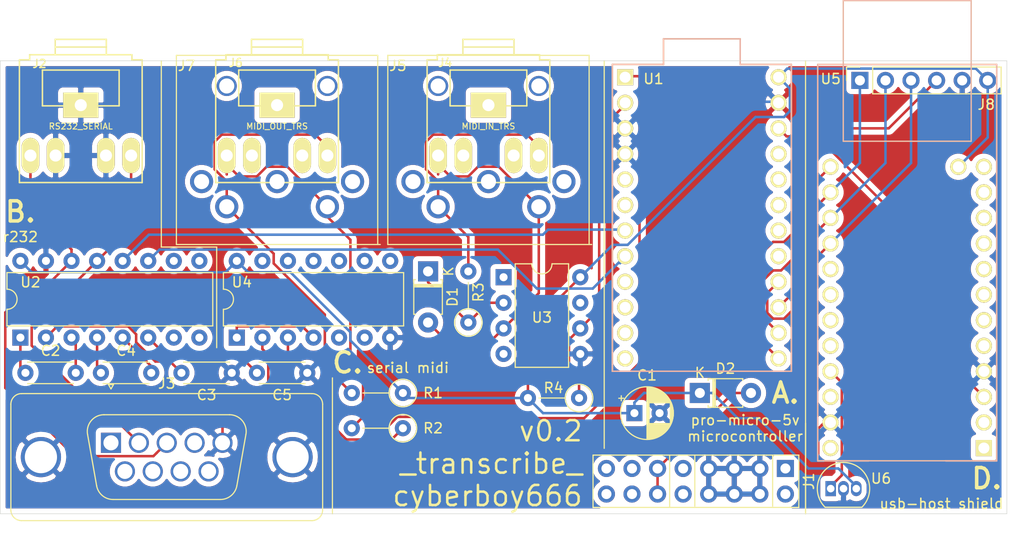
<source format=kicad_pcb>
(kicad_pcb (version 20171130) (host pcbnew "(5.1.4-0-10_14)")
  (layers (0 F.Cu signal) (31 B.Cu signal) (34 B.Paste user) (35 F.Paste user) (36 B.SilkS user) (37 F.SilkS user) (38 B.Mask user) (39 F.Mask user) (44 Edge.Cuts user))
  (net 0 "")
  (net 1 "Net-(C2-Pad2)")
  (net 2 "Net-(C2-Pad1)")
  (net 3 GND)
  (net 4 "Net-(C3-Pad2)")
  (net 5 "Net-(C4-Pad2)")
  (net 6 "Net-(D1-Pad1)")
  (net 7 MIDI_IN_DATA)
  (net 8 RS_SERIAL_OUT)
  (net 9 RS_SERIAL_IN)
  (net 10 MIDI_IN_PLUS)
  (net 11 MIDI_OUT_PLUS)
  (net 12 MIDI_OUT_DATA)
  (net 13 "Net-(J5-Pad3)")
  (net 14 "Net-(J5-Pad2)")
  (net 15 "Net-(J5-Pad1)")
  (net 16 +5V)
  (net 17 MIDI_SERIAL_IN)
  (net 18 MIDI_SERIAL_OUT)
  (net 19 RST_HOST)
  (net 20 "Net-(U1-Pad20)")
  (net 21 "Net-(U1-Pad19)")
  (net 22 "Net-(U1-Pad18)")
  (net 23 "Net-(U1-Pad17)")
  (net 24 SKC_HOST)
  (net 25 MISO_HOST)
  (net 26 MOSI_HOST)
  (net 27 SS_HOST)
  (net 28 "Net-(U1-Pad12)")
  (net 29 "Net-(U1-Pad11)")
  (net 30 "Net-(U1-Pad10)")
  (net 31 "Net-(U1-Pad9)")
  (net 32 ALT_SERIAL_OUT)
  (net 33 ALT_SERIAL_IN)
  (net 34 "Net-(U1-Pad6)")
  (net 35 "Net-(U1-Pad5)")
  (net 36 "Net-(U2-Pad9)")
  (net 37 "Net-(U2-Pad10)")
  (net 38 "Net-(U2-Pad7)")
  (net 39 "Net-(U2-Pad8)")
  (net 40 3.3v)
  (net 41 "Net-(U4-Pad12)")
  (net 42 "Net-(U4-Pad11)")
  (net 43 "Net-(U4-Pad10)")
  (net 44 "Net-(U4-Pad9)")
  (net 45 "Net-(U4-Pad8)")
  (net 46 "Net-(U4-Pad6)")
  (net 47 "Net-(U4-Pad5)")
  (net 48 "Net-(U4-Pad1)")
  (net 49 "Net-(U5-Pad1)")
  (net 50 "Net-(U5-Pad7)")
  (net 51 "Net-(J7-Pad1)")
  (net 52 "Net-(J7-Pad2)")
  (net 53 "Net-(U1-Pad21)")
  (net 54 "Net-(C4-Pad1)")
  (net 55 "Net-(C5-Pad2)")
  (net 56 "Net-(J1-Pad1)")
  (net 57 "Net-(J1-Pad2)")
  (net 58 "Net-(J1-Pad9)")
  (net 59 "Net-(J1-Pad10)")
  (net 60 "Net-(J1-Pad13)")
  (net 61 "Net-(J1-Pad14)")
  (net 62 "Net-(J1-Pad15)")
  (net 63 "Net-(J1-Pad16)")
  (net 64 "Net-(J3-Pad1)")
  (net 65 "Net-(J3-Pad4)")
  (net 66 "Net-(J3-Pad6)")
  (net 67 "Net-(J3-Pad7)")
  (net 68 "Net-(J3-Pad8)")
  (net 69 "Net-(J3-Pad9)")
  (net 70 "Net-(J4-PadTN)")
  (net 71 "Net-(J4-PadRN)")
  (net 72 "Net-(J4-PadS)")
  (net 73 "Net-(J6-PadS)")
  (net 74 "Net-(J6-PadRN)")
  (net 75 "Net-(J6-PadTN)")
  (net 76 "Net-(J7-Pad3)")
  (net 77 "Net-(R2-Pad1)")
  (net 78 "Net-(U3-Pad1)")
  (net 79 "Net-(U3-Pad7)")
  (net 80 "Net-(U3-Pad4)")
  (net 81 "Net-(U4-Pad13)")
  (net 82 "Net-(U5-Pad24)")
  (net 83 "Net-(U5-Pad22)")
  (net 84 "Net-(U5-Pad20)")
  (net 85 "Net-(U5-Pad19)")
  (net 86 "Net-(U5-Pad18)")
  (net 87 "Net-(U5-Pad17)")
  (net 88 "Net-(U5-Pad12)")
  (net 89 "Net-(U5-Pad11)")
  (net 90 "Net-(U5-Pad10)")
  (net 91 "Net-(U5-Pad9)")
  (net 92 "Net-(U5-Pad8)")
  (net 93 "Net-(U5-Pad6)")
  (net 94 "Net-(U5-Pad5)")
  (net 95 "Net-(U5-Pad2)")
  (net 96 "Net-(D2-Pad2)")
  (module Diode_THT:D_T-1_P5.08mm_Horizontal (layer F.Cu) (at -247.5 -769.08 270)
    (fp_text reference D1 (at 2.54 -2.42 90) (layer F.SilkS))
    (fp_text value 1N4148)
    (fp_text user K (at 0 -2 90) (layer F.SilkS))
    (pad 1 thru_hole rect (at 0 0 270) (size 2 2) (drill 1) (layers *.Cu *.Mask) (net 6 "Net-(D1-Pad1)"))
    (pad 2 thru_hole oval (at 5.08 0 270) (size 2 2) (drill 1) (layers *.Cu *.Mask) (net 7 MIDI_IN_DATA))
  )
  (module lib_fp:Tayda5pinMidi-A1010 (layer F.Cu) (at -270 -778)
    (fp_text reference J7 (at -1.5 -11.5) (layer F.SilkS))
    (fp_text value MIDI_OUT_DIN)
    (pad "" thru_hole circle (at 12.5 -9.5) (size 2 2) (drill 1.5) (layers *.Cu *.Mask))
    (pad 4 thru_hole circle (at 2.5 2.5) (size 2.3 2.3) (drill 1.5) (layers *.Cu *.Mask) (net 11 MIDI_OUT_PLUS))
    (pad 1 thru_hole circle (at 0 0) (size 2.3 2.3) (drill 1.5) (layers *.Cu *.Mask) (net 51 "Net-(J7-Pad1)"))
    (pad 2 thru_hole circle (at 7.5 0) (size 2.3 2.3) (drill 1.5) (layers *.Cu *.Mask) (net 52 "Net-(J7-Pad2)"))
    (pad 3 thru_hole circle (at 15 0) (size 2.3 2.3) (drill 1.5) (layers *.Cu *.Mask) (net 76 "Net-(J7-Pad3)"))
    (pad "" thru_hole circle (at 2.5 -9.5) (size 2 2) (drill 1.5) (layers *.Cu *.Mask))
    (pad 5 thru_hole circle (at 12.5 2.5) (size 2.3 2.3) (drill 1.5) (layers *.Cu *.Mask) (net 12 MIDI_OUT_DATA))
  )
  (module lib_fp:Tayda_3.5mm_stereo_TRS_jack_A-853 (layer F.Cu) (at -241.5 -784)
    (fp_text reference J4 (at -4.3 -5.8) (layer F.SilkS) (effects (font (size 0.8 0.8))))
    (fp_text value MIDI_IN_TRS (at 0 0.508) (layer F.SilkS) (effects (font (size 0.6 0.6) (thickness 0.1))))
    (pad TN thru_hole oval (at -2.5 3.41) (size 1.75 3.5) (drill 1.2) (layers *.Cu *.Mask F.SilkS) (net 70 "Net-(J4-PadTN)"))
    (pad RN thru_hole oval (at 2.5 3.41) (size 1.75 3.5) (drill 1.2) (layers *.Cu *.Mask F.SilkS) (net 71 "Net-(J4-PadRN)"))
    (pad T thru_hole oval (at -5 3.41) (size 1.75 3.5) (drill 1.2) (layers *.Cu *.Mask F.SilkS) (net 7 MIDI_IN_DATA))
    (pad R thru_hole oval (at 5 3.41) (size 1.75 3.5) (drill 1.2) (layers *.Cu *.Mask F.SilkS) (net 10 MIDI_IN_PLUS))
    (pad S thru_hole rect (at 0 -1.596) (size 3.5 2.5) (drill 1.2) (layers *.Cu *.Mask F.SilkS) (net 72 "Net-(J4-PadS)"))
  )
  (module Module:usbHostMidi (layer F.Cu) (at -199.9 -765.5 90)
    (fp_text reference U5 hide)
    (fp_text value usbHostMini)
    (fp_text user %R (at 22.7 -7.6) (layer F.SilkS))
    (pad 24 thru_hole circle (at -13.97 -7.62 90) (size 1.6 1.6) (drill 1.1) (layers *.Cu *.Mask F.SilkS) (net 82 "Net-(U5-Pad24)"))
    (pad 23 thru_hole circle (at -11.43 -7.62 90) (size 1.6 1.6) (drill 1.1) (layers *.Cu *.Mask F.SilkS) (net 3 GND))
    (pad 22 thru_hole circle (at -8.89 -7.62 90) (size 1.6 1.6) (drill 1.1) (layers *.Cu *.Mask F.SilkS) (net 83 "Net-(U5-Pad22)"))
    (pad 21 thru_hole circle (at -6.35 -7.62 90) (size 1.6 1.6) (drill 1.1) (layers *.Cu *.Mask F.SilkS) (net 40 3.3v))
    (pad 20 thru_hole circle (at -3.81 -7.62 90) (size 1.6 1.6) (drill 1.1) (layers *.Cu *.Mask F.SilkS) (net 84 "Net-(U5-Pad20)"))
    (pad 19 thru_hole circle (at -1.27 -7.62 90) (size 1.6 1.6) (drill 1.1) (layers *.Cu *.Mask F.SilkS) (net 85 "Net-(U5-Pad19)"))
    (pad 18 thru_hole circle (at 1.27 -7.62 90) (size 1.6 1.6) (drill 1.1) (layers *.Cu *.Mask F.SilkS) (net 86 "Net-(U5-Pad18)"))
    (pad 17 thru_hole circle (at 3.81 -7.62 90) (size 1.6 1.6) (drill 1.1) (layers *.Cu *.Mask F.SilkS) (net 87 "Net-(U5-Pad17)"))
    (pad 16 thru_hole circle (at 6.35 -7.62 90) (size 1.6 1.6) (drill 1.1) (layers *.Cu *.Mask F.SilkS) (net 24 SKC_HOST))
    (pad 15 thru_hole circle (at 8.89 -7.62 90) (size 1.6 1.6) (drill 1.1) (layers *.Cu *.Mask F.SilkS) (net 25 MISO_HOST))
    (pad 14 thru_hole circle (at 11.43 -7.62 90) (size 1.6 1.6) (drill 1.1) (layers *.Cu *.Mask F.SilkS) (net 26 MOSI_HOST))
    (pad 13 thru_hole circle (at 13.97 -7.62 90) (size 1.6 1.6) (drill 1.1) (layers *.Cu *.Mask F.SilkS) (net 27 SS_HOST))
    (pad 12 thru_hole circle (at 13.97 7.62 90) (size 1.6 1.6) (drill 1.1) (layers *.Cu *.Mask F.SilkS) (net 88 "Net-(U5-Pad12)"))
    (pad 11 thru_hole circle (at 11.43 7.62 90) (size 1.6 1.6) (drill 1.1) (layers *.Cu *.Mask F.SilkS) (net 89 "Net-(U5-Pad11)"))
    (pad 10 thru_hole circle (at 8.89 7.62 90) (size 1.6 1.6) (drill 1.1) (layers *.Cu *.Mask F.SilkS) (net 90 "Net-(U5-Pad10)"))
    (pad 9 thru_hole circle (at 6.35 7.62 90) (size 1.6 1.6) (drill 1.1) (layers *.Cu *.Mask F.SilkS) (net 91 "Net-(U5-Pad9)"))
    (pad 8 thru_hole circle (at 3.81 7.62 90) (size 1.6 1.6) (drill 1.1) (layers *.Cu *.Mask F.SilkS) (net 92 "Net-(U5-Pad8)"))
    (pad 7 thru_hole circle (at 1.27 7.62 90) (size 1.6 1.6) (drill 1.1) (layers *.Cu *.Mask F.SilkS) (net 50 "Net-(U5-Pad7)"))
    (pad 6 thru_hole circle (at -1.27 7.62 90) (size 1.6 1.6) (drill 1.1) (layers *.Cu *.Mask F.SilkS) (net 93 "Net-(U5-Pad6)"))
    (pad 5 thru_hole circle (at -3.81 7.62 90) (size 1.6 1.6) (drill 1.1) (layers *.Cu *.Mask F.SilkS) (net 94 "Net-(U5-Pad5)"))
    (pad 4 thru_hole circle (at -6.35 7.62 90) (size 1.6 1.6) (drill 1.1) (layers *.Cu *.Mask F.SilkS) (net 3 GND))
    (pad 3 thru_hole circle (at -8.89 7.62 90) (size 1.6 1.6) (drill 1.1) (layers *.Cu *.Mask F.SilkS) (net 19 RST_HOST))
    (pad 2 thru_hole circle (at -11.43 7.62 90) (size 1.6 1.6) (drill 1.1) (layers *.Cu *.Mask F.SilkS) (net 95 "Net-(U5-Pad2)"))
    (pad 1 thru_hole rect (at -13.97 7.62 90) (size 1.6 1.6) (drill 1.1) (layers *.Cu *.Mask F.SilkS) (net 49 "Net-(U5-Pad1)"))
    (pad 25 thru_hole circle (at 13.97 5.08 90) (size 1.6 1.6) (drill 1.1) (layers *.Cu *.Mask F.SilkS) (net 16 +5V))
  )
  (module Resistor_THT:R_Axial_DIN0207_L6.3mm_D2.5mm_P5.08mm_Vertical (layer F.Cu) (at -250 -753.5 180)
    (fp_text reference R2 (at -3 0) (layer F.SilkS))
    (fp_text value 220)
    (pad 2 thru_hole oval (at 5.08 0 180) (size 1.6 1.6) (drill 0.8) (layers *.Cu *.Mask) (net 12 MIDI_OUT_DATA))
    (pad 1 thru_hole circle (at 0 0 180) (size 1.6 1.6) (drill 0.8) (layers *.Cu *.Mask) (net 77 "Net-(R2-Pad1)"))
  )
  (module Package_DIP:DIP-16_W7.62mm (layer F.Cu) (at -288 -762.5 90)
    (fp_text reference U2 (at 5.5 1 180) (layer F.SilkS))
    (fp_text value MAX232)
    (pad 1 thru_hole rect (at 0 0 90) (size 1.6 1.6) (drill 0.8) (layers *.Cu *.Mask) (net 2 "Net-(C2-Pad1)"))
    (pad 9 thru_hole oval (at 7.62 17.78 90) (size 1.6 1.6) (drill 0.8) (layers *.Cu *.Mask) (net 36 "Net-(U2-Pad9)"))
    (pad 2 thru_hole oval (at 0 2.54 90) (size 1.6 1.6) (drill 0.8) (layers *.Cu *.Mask) (net 4 "Net-(C3-Pad2)"))
    (pad 10 thru_hole oval (at 7.62 15.24 90) (size 1.6 1.6) (drill 0.8) (layers *.Cu *.Mask) (net 37 "Net-(U2-Pad10)"))
    (pad 3 thru_hole oval (at 0 5.08 90) (size 1.6 1.6) (drill 0.8) (layers *.Cu *.Mask) (net 1 "Net-(C2-Pad2)"))
    (pad 11 thru_hole oval (at 7.62 12.7 90) (size 1.6 1.6) (drill 0.8) (layers *.Cu *.Mask) (net 32 ALT_SERIAL_OUT))
    (pad 4 thru_hole oval (at 0 7.62 90) (size 1.6 1.6) (drill 0.8) (layers *.Cu *.Mask) (net 54 "Net-(C4-Pad1)"))
    (pad 12 thru_hole oval (at 7.62 10.16 90) (size 1.6 1.6) (drill 0.8) (layers *.Cu *.Mask) (net 33 ALT_SERIAL_IN))
    (pad 5 thru_hole oval (at 0 10.16 90) (size 1.6 1.6) (drill 0.8) (layers *.Cu *.Mask) (net 5 "Net-(C4-Pad2)"))
    (pad 13 thru_hole oval (at 7.62 7.62 90) (size 1.6 1.6) (drill 0.8) (layers *.Cu *.Mask) (net 9 RS_SERIAL_IN))
    (pad 6 thru_hole oval (at 0 12.7 90) (size 1.6 1.6) (drill 0.8) (layers *.Cu *.Mask) (net 55 "Net-(C5-Pad2)"))
    (pad 14 thru_hole oval (at 7.62 5.08 90) (size 1.6 1.6) (drill 0.8) (layers *.Cu *.Mask) (net 8 RS_SERIAL_OUT))
    (pad 7 thru_hole oval (at 0 15.24 90) (size 1.6 1.6) (drill 0.8) (layers *.Cu *.Mask) (net 38 "Net-(U2-Pad7)"))
    (pad 15 thru_hole oval (at 7.62 2.54 90) (size 1.6 1.6) (drill 0.8) (layers *.Cu *.Mask) (net 3 GND))
    (pad 8 thru_hole oval (at 0 17.78 90) (size 1.6 1.6) (drill 0.8) (layers *.Cu *.Mask) (net 39 "Net-(U2-Pad8)"))
    (pad 16 thru_hole oval (at 7.62 0 90) (size 1.6 1.6) (drill 0.8) (layers *.Cu *.Mask) (net 16 +5V))
  )
  (module Package_TO_SOT_THT:TO-92_Inline (layer F.Cu) (at -207.5 -747.5)
    (fp_text reference U6 (at 5 -1) (layer F.SilkS))
    (fp_text value L78L33_TO92)
    (pad 2 thru_hole oval (at 1.27 0) (size 1.05 1.5) (drill 0.75) (layers *.Cu *.Mask) (net 3 GND))
    (pad 3 thru_hole oval (at 2.54 0) (size 1.05 1.5) (drill 0.75) (layers *.Cu *.Mask) (net 16 +5V))
    (pad 1 thru_hole rect (at 0 0) (size 1.05 1.5) (drill 0.75) (layers *.Cu *.Mask) (net 40 3.3v))
  )
  (module Package_DIP:DIP-8_W7.62mm (layer F.Cu) (at -240 -768.5)
    (fp_text reference U3 (at 3.81 4) (layer F.SilkS))
    (fp_text value 6N137)
    (pad 1 thru_hole rect (at 0 0) (size 1.6 1.6) (drill 0.8) (layers *.Cu *.Mask) (net 78 "Net-(U3-Pad1)"))
    (pad 5 thru_hole oval (at 7.62 7.62) (size 1.6 1.6) (drill 0.8) (layers *.Cu *.Mask) (net 3 GND))
    (pad 2 thru_hole oval (at 0 2.54) (size 1.6 1.6) (drill 0.8) (layers *.Cu *.Mask) (net 6 "Net-(D1-Pad1)"))
    (pad 6 thru_hole oval (at 7.62 5.08) (size 1.6 1.6) (drill 0.8) (layers *.Cu *.Mask) (net 17 MIDI_SERIAL_IN))
    (pad 3 thru_hole oval (at 0 5.08) (size 1.6 1.6) (drill 0.8) (layers *.Cu *.Mask) (net 7 MIDI_IN_DATA))
    (pad 7 thru_hole oval (at 7.62 2.54) (size 1.6 1.6) (drill 0.8) (layers *.Cu *.Mask) (net 79 "Net-(U3-Pad7)"))
    (pad 4 thru_hole oval (at 0 7.62) (size 1.6 1.6) (drill 0.8) (layers *.Cu *.Mask) (net 80 "Net-(U3-Pad4)"))
    (pad 8 thru_hole oval (at 7.62 0) (size 1.6 1.6) (drill 0.8) (layers *.Cu *.Mask) (net 16 +5V))
  )
  (module Resistor_THT:R_Axial_DIN0207_L6.3mm_D2.5mm_P5.08mm_Vertical (layer F.Cu) (at -243.5 -764 90)
    (fp_text reference R3 (at 3 1 90) (layer F.SilkS))
    (fp_text value 220)
    (pad 1 thru_hole circle (at 0 0 90) (size 1.6 1.6) (drill 0.8) (layers *.Cu *.Mask) (net 6 "Net-(D1-Pad1)"))
    (pad 2 thru_hole oval (at 5.08 0 90) (size 1.6 1.6) (drill 0.8) (layers *.Cu *.Mask) (net 10 MIDI_IN_PLUS))
  )
  (module Resistor_THT:R_Axial_DIN0207_L6.3mm_D2.5mm_P5.08mm_Vertical (layer F.Cu) (at -232.5 -756.5 180)
    (fp_text reference R4 (at 2.54 1) (layer F.SilkS))
    (fp_text value 10k)
    (pad 2 thru_hole oval (at 5.08 0 180) (size 1.6 1.6) (drill 0.8) (layers *.Cu *.Mask) (net 16 +5V))
    (pad 1 thru_hole circle (at 0 0 180) (size 1.6 1.6) (drill 0.8) (layers *.Cu *.Mask) (net 17 MIDI_SERIAL_IN))
  )
  (module Resistor_THT:R_Axial_DIN0207_L6.3mm_D2.5mm_P5.08mm_Vertical (layer F.Cu) (at -250 -757 180)
    (fp_text reference R1 (at -3 0) (layer F.SilkS))
    (fp_text value 220)
    (pad 1 thru_hole circle (at 0 0 180) (size 1.6 1.6) (drill 0.8) (layers *.Cu *.Mask) (net 16 +5V))
    (pad 2 thru_hole oval (at 5.08 0 180) (size 1.6 1.6) (drill 0.8) (layers *.Cu *.Mask) (net 11 MIDI_OUT_PLUS))
  )
  (module Package_DIP:DIP-14_W7.62mm (layer F.Cu) (at -266.5 -762.5 90)
    (fp_text reference U4 (at 5.5 0.5 180) (layer F.SilkS))
    (fp_text value 4069)
    (pad 1 thru_hole rect (at 0 0 90) (size 1.6 1.6) (drill 0.8) (layers *.Cu *.Mask) (net 48 "Net-(U4-Pad1)"))
    (pad 8 thru_hole oval (at 7.62 15.24 90) (size 1.6 1.6) (drill 0.8) (layers *.Cu *.Mask) (net 45 "Net-(U4-Pad8)"))
    (pad 2 thru_hole oval (at 0 2.54 90) (size 1.6 1.6) (drill 0.8) (layers *.Cu *.Mask) (net 77 "Net-(R2-Pad1)"))
    (pad 9 thru_hole oval (at 7.62 12.7 90) (size 1.6 1.6) (drill 0.8) (layers *.Cu *.Mask) (net 44 "Net-(U4-Pad9)"))
    (pad 3 thru_hole oval (at 0 5.08 90) (size 1.6 1.6) (drill 0.8) (layers *.Cu *.Mask) (net 18 MIDI_SERIAL_OUT))
    (pad 10 thru_hole oval (at 7.62 10.16 90) (size 1.6 1.6) (drill 0.8) (layers *.Cu *.Mask) (net 43 "Net-(U4-Pad10)"))
    (pad 4 thru_hole oval (at 0 7.62 90) (size 1.6 1.6) (drill 0.8) (layers *.Cu *.Mask) (net 48 "Net-(U4-Pad1)"))
    (pad 11 thru_hole oval (at 7.62 7.62 90) (size 1.6 1.6) (drill 0.8) (layers *.Cu *.Mask) (net 42 "Net-(U4-Pad11)"))
    (pad 5 thru_hole oval (at 0 10.16 90) (size 1.6 1.6) (drill 0.8) (layers *.Cu *.Mask) (net 47 "Net-(U4-Pad5)"))
    (pad 12 thru_hole oval (at 7.62 5.08 90) (size 1.6 1.6) (drill 0.8) (layers *.Cu *.Mask) (net 41 "Net-(U4-Pad12)"))
    (pad 6 thru_hole oval (at 0 12.7 90) (size 1.6 1.6) (drill 0.8) (layers *.Cu *.Mask) (net 46 "Net-(U4-Pad6)"))
    (pad 13 thru_hole oval (at 7.62 2.54 90) (size 1.6 1.6) (drill 0.8) (layers *.Cu *.Mask) (net 81 "Net-(U4-Pad13)"))
    (pad 7 thru_hole oval (at 0 15.24 90) (size 1.6 1.6) (drill 0.8) (layers *.Cu *.Mask) (net 3 GND))
    (pad 14 thru_hole oval (at 7.62 0 90) (size 1.6 1.6) (drill 0.8) (layers *.Cu *.Mask) (net 16 +5V))
  )
  (module Module:ProMicro (layer F.Cu) (at -220.3 -774.4 270)
    (fp_text reference U1 hide)
    (fp_text value ProMicro)
    (fp_text user %R (at -13.8 4.8) (layer F.SilkS))
    (pad 24 thru_hole circle (at -13.97 -7.62 270) (size 1.6 1.6) (drill 1.1) (layers *.Cu *.Mask F.SilkS) (net 16 +5V))
    (pad 23 thru_hole circle (at -11.43 -7.62 270) (size 1.6 1.6) (drill 1.1) (layers *.Cu *.Mask F.SilkS) (net 3 GND))
    (pad 22 thru_hole circle (at -8.89 -7.62 270) (size 1.6 1.6) (drill 1.1) (layers *.Cu *.Mask F.SilkS) (net 19 RST_HOST))
    (pad 21 thru_hole circle (at -6.35 -7.62 270) (size 1.6 1.6) (drill 1.1) (layers *.Cu *.Mask F.SilkS) (net 53 "Net-(U1-Pad21)"))
    (pad 20 thru_hole circle (at -3.81 -7.62 270) (size 1.6 1.6) (drill 1.1) (layers *.Cu *.Mask F.SilkS) (net 20 "Net-(U1-Pad20)"))
    (pad 19 thru_hole circle (at -1.27 -7.62 270) (size 1.6 1.6) (drill 1.1) (layers *.Cu *.Mask F.SilkS) (net 21 "Net-(U1-Pad19)"))
    (pad 18 thru_hole circle (at 1.27 -7.62 270) (size 1.6 1.6) (drill 1.1) (layers *.Cu *.Mask F.SilkS) (net 22 "Net-(U1-Pad18)"))
    (pad 17 thru_hole circle (at 3.81 -7.62 270) (size 1.6 1.6) (drill 1.1) (layers *.Cu *.Mask F.SilkS) (net 23 "Net-(U1-Pad17)"))
    (pad 16 thru_hole circle (at 6.35 -7.62 270) (size 1.6 1.6) (drill 1.1) (layers *.Cu *.Mask F.SilkS) (net 24 SKC_HOST))
    (pad 15 thru_hole circle (at 8.89 -7.62 270) (size 1.6 1.6) (drill 1.1) (layers *.Cu *.Mask F.SilkS) (net 25 MISO_HOST))
    (pad 14 thru_hole circle (at 11.43 -7.62 270) (size 1.6 1.6) (drill 1.1) (layers *.Cu *.Mask F.SilkS) (net 26 MOSI_HOST))
    (pad 13 thru_hole circle (at 13.97 -7.62 270) (size 1.6 1.6) (drill 1.1) (layers *.Cu *.Mask F.SilkS) (net 27 SS_HOST))
    (pad 12 thru_hole circle (at 13.97 7.62 270) (size 1.6 1.6) (drill 1.1) (layers *.Cu *.Mask F.SilkS) (net 28 "Net-(U1-Pad12)"))
    (pad 11 thru_hole circle (at 11.43 7.62 270) (size 1.6 1.6) (drill 1.1) (layers *.Cu *.Mask F.SilkS) (net 29 "Net-(U1-Pad11)"))
    (pad 10 thru_hole circle (at 8.89 7.62 270) (size 1.6 1.6) (drill 1.1) (layers *.Cu *.Mask F.SilkS) (net 30 "Net-(U1-Pad10)"))
    (pad 9 thru_hole circle (at 6.35 7.62 270) (size 1.6 1.6) (drill 1.1) (layers *.Cu *.Mask F.SilkS) (net 31 "Net-(U1-Pad9)"))
    (pad 8 thru_hole circle (at 3.81 7.62 270) (size 1.6 1.6) (drill 1.1) (layers *.Cu *.Mask F.SilkS) (net 32 ALT_SERIAL_OUT))
    (pad 7 thru_hole circle (at 1.27 7.62 270) (size 1.6 1.6) (drill 1.1) (layers *.Cu *.Mask F.SilkS) (net 33 ALT_SERIAL_IN))
    (pad 6 thru_hole circle (at -1.27 7.62 270) (size 1.6 1.6) (drill 1.1) (layers *.Cu *.Mask F.SilkS) (net 34 "Net-(U1-Pad6)"))
    (pad 5 thru_hole circle (at -3.81 7.62 270) (size 1.6 1.6) (drill 1.1) (layers *.Cu *.Mask F.SilkS) (net 35 "Net-(U1-Pad5)"))
    (pad 4 thru_hole circle (at -6.35 7.62 270) (size 1.6 1.6) (drill 1.1) (layers *.Cu *.Mask F.SilkS) (net 3 GND))
    (pad 3 thru_hole circle (at -8.89 7.62 270) (size 1.6 1.6) (drill 1.1) (layers *.Cu *.Mask F.SilkS) (net 3 GND))
    (pad 2 thru_hole circle (at -11.43 7.62 270) (size 1.6 1.6) (drill 1.1) (layers *.Cu *.Mask F.SilkS) (net 17 MIDI_SERIAL_IN))
    (pad 1 thru_hole rect (at -13.97 7.62 270) (size 1.6 1.6) (drill 1.1) (layers *.Cu *.Mask F.SilkS) (net 18 MIDI_SERIAL_OUT))
  )
  (module Capacitor_THT:CP_Radial_D5.0mm_P2.50mm (layer F.Cu) (at -227 -755)
    (fp_text reference C1 (at 1.25 -3.75) (layer F.SilkS))
    (fp_text value 100uf)
    (pad 1 thru_hole rect (at 0 0) (size 1.6 1.6) (drill 0.8) (layers *.Cu *.Mask) (net 16 +5V))
    (pad 2 thru_hole circle (at 2.5 0) (size 1.6 1.6) (drill 0.8) (layers *.Cu *.Mask) (net 3 GND))
  )
  (module Capacitor_THT:C_Disc_D4.3mm_W1.9mm_P5.00mm (layer F.Cu) (at -287.5 -759)
    (fp_text reference C2 (at 2.5 -2.2) (layer F.SilkS))
    (fp_text value 0.1u)
    (pad 1 thru_hole circle (at 0 0) (size 1.6 1.6) (drill 0.8) (layers *.Cu *.Mask) (net 2 "Net-(C2-Pad1)"))
    (pad 2 thru_hole circle (at 5 0) (size 1.6 1.6) (drill 0.8) (layers *.Cu *.Mask) (net 1 "Net-(C2-Pad2)"))
  )
  (module Capacitor_THT:C_Disc_D4.3mm_W1.9mm_P5.00mm (layer F.Cu) (at -267 -759 180)
    (fp_text reference C3 (at 2.5 -2.2) (layer F.SilkS))
    (fp_text value 0.1u)
    (pad 1 thru_hole circle (at 0 0 180) (size 1.6 1.6) (drill 0.8) (layers *.Cu *.Mask) (net 3 GND))
    (pad 2 thru_hole circle (at 5 0 180) (size 1.6 1.6) (drill 0.8) (layers *.Cu *.Mask) (net 4 "Net-(C3-Pad2)"))
  )
  (module Capacitor_THT:C_Disc_D4.3mm_W1.9mm_P5.00mm (layer F.Cu) (at -280 -759)
    (fp_text reference C4 (at 2.5 -2.2) (layer F.SilkS))
    (fp_text value 0.1u)
    (pad 2 thru_hole circle (at 5 0) (size 1.6 1.6) (drill 0.8) (layers *.Cu *.Mask) (net 5 "Net-(C4-Pad2)"))
    (pad 1 thru_hole circle (at 0 0) (size 1.6 1.6) (drill 0.8) (layers *.Cu *.Mask) (net 54 "Net-(C4-Pad1)"))
  )
  (module Capacitor_THT:C_Disc_D4.3mm_W1.9mm_P5.00mm (layer F.Cu) (at -259.5 -759 180)
    (fp_text reference C5 (at 2.5 -2.2) (layer F.SilkS))
    (fp_text value 0.1u)
    (pad 2 thru_hole circle (at 5 0 180) (size 1.6 1.6) (drill 0.8) (layers *.Cu *.Mask) (net 55 "Net-(C5-Pad2)"))
    (pad 1 thru_hole circle (at 0 0 180) (size 1.6 1.6) (drill 0.8) (layers *.Cu *.Mask) (net 3 GND))
  )
  (module Diode_THT:D_T-1_P5.08mm_Horizontal (layer F.Cu) (at -220.5 -757)
    (fp_text reference D2 (at 2.54 -2.42) (layer F.SilkS))
    (fp_text value 1N4148)
    (fp_text user K (at 0 -2) (layer F.SilkS))
    (pad 2 thru_hole oval (at 5.08 0) (size 2 2) (drill 1) (layers *.Cu *.Mask) (net 96 "Net-(D2-Pad2)"))
    (pad 1 thru_hole rect (at 0 0) (size 2 2) (drill 1) (layers *.Cu *.Mask) (net 16 +5V))
  )
  (module lib_fp:PinHeader_2x08_P2.54_Euro (layer F.Cu) (at -212 -749.5 270)
    (fp_text reference J1 (at 1.27 -2.33 90) (layer F.SilkS))
    (fp_text value europower)
    (pad 1 thru_hole rect (at 0 0 270) (size 1.7 1.7) (drill 1) (layers *.Cu *.Mask) (net 56 "Net-(J1-Pad1)"))
    (pad 2 thru_hole oval (at 2.54 0 270) (size 1.7 1.7) (drill 1) (layers *.Cu *.Mask) (net 57 "Net-(J1-Pad2)"))
    (pad 3 thru_hole oval (at 0 2.54 270) (size 1.7 1.7) (drill 1) (layers *.Cu *.Mask) (net 3 GND))
    (pad 4 thru_hole oval (at 2.54 2.54 270) (size 1.7 1.7) (drill 1) (layers *.Cu *.Mask) (net 3 GND))
    (pad 5 thru_hole oval (at 0 5.08 270) (size 1.7 1.7) (drill 1) (layers *.Cu *.Mask) (net 3 GND))
    (pad 6 thru_hole oval (at 2.54 5.08 270) (size 1.7 1.7) (drill 1) (layers *.Cu *.Mask) (net 3 GND))
    (pad 7 thru_hole oval (at 0 7.62 270) (size 1.7 1.7) (drill 1) (layers *.Cu *.Mask) (net 3 GND))
    (pad 8 thru_hole oval (at 2.54 7.62 270) (size 1.7 1.7) (drill 1) (layers *.Cu *.Mask) (net 3 GND))
    (pad 9 thru_hole oval (at 0 10.16 270) (size 1.7 1.7) (drill 1) (layers *.Cu *.Mask) (net 58 "Net-(J1-Pad9)"))
    (pad 10 thru_hole oval (at 2.54 10.16 270) (size 1.7 1.7) (drill 1) (layers *.Cu *.Mask) (net 59 "Net-(J1-Pad10)"))
    (pad 11 thru_hole oval (at 0 12.7 270) (size 1.7 1.7) (drill 1) (layers *.Cu *.Mask) (net 96 "Net-(D2-Pad2)"))
    (pad 12 thru_hole oval (at 2.54 12.7 270) (size 1.7 1.7) (drill 1) (layers *.Cu *.Mask) (net 96 "Net-(D2-Pad2)"))
    (pad 13 thru_hole oval (at 0 15.24 270) (size 1.7 1.7) (drill 1) (layers *.Cu *.Mask) (net 60 "Net-(J1-Pad13)"))
    (pad 14 thru_hole oval (at 2.54 15.24 270) (size 1.7 1.7) (drill 1) (layers *.Cu *.Mask) (net 61 "Net-(J1-Pad14)"))
    (pad 15 thru_hole oval (at 0 17.78 270) (size 1.7 1.7) (drill 1) (layers *.Cu *.Mask) (net 62 "Net-(J1-Pad15)"))
    (pad 16 thru_hole oval (at 2.54 17.78 270) (size 1.7 1.7) (drill 1) (layers *.Cu *.Mask) (net 63 "Net-(J1-Pad16)"))
  )
  (module lib_fp:Tayda_3.5mm_stereo_TRS_jack_A-853 (layer F.Cu) (at -282 -784)
    (fp_text reference J2 (at -4.1 -5.7) (layer F.SilkS) (effects (font (size 0.8 0.8))))
    (fp_text value RS232_SERIAL (at 0 0.508) (layer F.SilkS) (effects (font (size 0.6 0.6) (thickness 0.1))))
    (pad TN thru_hole oval (at -2.5 3.41) (size 1.75 3.5) (drill 1.2) (layers *.Cu *.Mask F.SilkS) (net 3 GND))
    (pad RN thru_hole oval (at 2.5 3.41) (size 1.75 3.5) (drill 1.2) (layers *.Cu *.Mask F.SilkS) (net 3 GND))
    (pad T thru_hole oval (at -5 3.41) (size 1.75 3.5) (drill 1.2) (layers *.Cu *.Mask F.SilkS) (net 8 RS_SERIAL_OUT))
    (pad R thru_hole oval (at 5 3.41) (size 1.75 3.5) (drill 1.2) (layers *.Cu *.Mask F.SilkS) (net 9 RS_SERIAL_IN))
    (pad S thru_hole rect (at 0 -1.596) (size 3.5 2.5) (drill 1.2) (layers *.Cu *.Mask F.SilkS) (net 3 GND))
  )
  (module lib_fp:Tayda5pinMidi-A1010 (layer F.Cu) (at -249 -778)
    (fp_text reference J5 (at -1.5 -11.5) (layer F.SilkS))
    (fp_text value MIDI_IN_DIN)
    (pad 5 thru_hole circle (at 12.5 2.5) (size 2.3 2.3) (drill 1.5) (layers *.Cu *.Mask) (net 7 MIDI_IN_DATA))
    (pad "" thru_hole circle (at 2.5 -9.5) (size 2 2) (drill 1.5) (layers *.Cu *.Mask))
    (pad 3 thru_hole circle (at 15 0) (size 2.3 2.3) (drill 1.5) (layers *.Cu *.Mask) (net 13 "Net-(J5-Pad3)"))
    (pad 2 thru_hole circle (at 7.5 0) (size 2.3 2.3) (drill 1.5) (layers *.Cu *.Mask) (net 14 "Net-(J5-Pad2)"))
    (pad 1 thru_hole circle (at 0 0) (size 2.3 2.3) (drill 1.5) (layers *.Cu *.Mask) (net 15 "Net-(J5-Pad1)"))
    (pad 4 thru_hole circle (at 2.5 2.5) (size 2.3 2.3) (drill 1.5) (layers *.Cu *.Mask) (net 10 MIDI_IN_PLUS))
    (pad "" thru_hole circle (at 12.5 -9.5) (size 2 2) (drill 1.5) (layers *.Cu *.Mask))
  )
  (module lib_fp:Tayda_3.5mm_stereo_TRS_jack_A-853 (layer F.Cu) (at -262.5 -784)
    (fp_text reference J6 (at -4.1 -5.8) (layer F.SilkS) (effects (font (size 0.8 0.8))))
    (fp_text value MIDI_OUT_TRS (at 0 0.508) (layer F.SilkS) (effects (font (size 0.6 0.6) (thickness 0.1))))
    (pad S thru_hole rect (at 0 -1.596) (size 3.5 2.5) (drill 1.2) (layers *.Cu *.Mask F.SilkS) (net 73 "Net-(J6-PadS)"))
    (pad R thru_hole oval (at 5 3.41) (size 1.75 3.5) (drill 1.2) (layers *.Cu *.Mask F.SilkS) (net 11 MIDI_OUT_PLUS))
    (pad T thru_hole oval (at -5 3.41) (size 1.75 3.5) (drill 1.2) (layers *.Cu *.Mask F.SilkS) (net 12 MIDI_OUT_DATA))
    (pad RN thru_hole oval (at 2.5 3.41) (size 1.75 3.5) (drill 1.2) (layers *.Cu *.Mask F.SilkS) (net 74 "Net-(J6-PadRN)"))
    (pad TN thru_hole oval (at -2.5 3.41) (size 1.75 3.5) (drill 1.2) (layers *.Cu *.Mask F.SilkS) (net 75 "Net-(J6-PadTN)"))
  )
  (module lib_fp:DSUB-9_Male_Vertical_Tayda (layer F.Cu) (at -279 -752.05)
    (fp_text reference J3 (at 5.54 -5.89) (layer F.SilkS))
    (fp_text value RS232_DSUB)
    (pad 1 thru_hole rect (at 0 0) (size 2 2) (drill 1.5) (layers *.Cu *.Mask) (net 64 "Net-(J3-Pad1)"))
    (pad 2 thru_hole circle (at 2.77 0) (size 2 2) (drill 1.5) (layers *.Cu *.Mask) (net 9 RS_SERIAL_IN))
    (pad 3 thru_hole circle (at 5.54 0) (size 2 2) (drill 1.5) (layers *.Cu *.Mask) (net 8 RS_SERIAL_OUT))
    (pad 4 thru_hole circle (at 8.31 0) (size 2 2) (drill 1.5) (layers *.Cu *.Mask) (net 65 "Net-(J3-Pad4)"))
    (pad 5 thru_hole circle (at 11.08 0) (size 2 2) (drill 1.5) (layers *.Cu *.Mask) (net 3 GND))
    (pad 6 thru_hole circle (at 1.385 2.84) (size 2 2) (drill 1.5) (layers *.Cu *.Mask) (net 66 "Net-(J3-Pad6)"))
    (pad 7 thru_hole circle (at 4.155 2.84) (size 2 2) (drill 1.5) (layers *.Cu *.Mask) (net 67 "Net-(J3-Pad7)"))
    (pad 8 thru_hole circle (at 6.925 2.84) (size 2 2) (drill 1.5) (layers *.Cu *.Mask) (net 68 "Net-(J3-Pad8)"))
    (pad 9 thru_hole circle (at 9.695 2.84) (size 2 2) (drill 1.5) (layers *.Cu *.Mask) (net 69 "Net-(J3-Pad9)"))
    (pad 0 thru_hole circle (at -6.96 1.42) (size 4 4) (drill 3.2) (layers *.Cu *.Mask) (net 3 GND))
    (pad 0 thru_hole circle (at 18.04 1.42) (size 4 4) (drill 3.2) (layers *.Cu *.Mask) (net 3 GND))
  )
  (module Connector_PinSocket_2.54mm:PinSocket_1x06_P2.54mm_Vertical (layer F.Cu) (at -204.6 -788.05 90)
    (fp_text reference J8 (at -2.4 12.55) (layer F.SilkS))
    (fp_text value Conn_01x06)
    (pad 1 thru_hole rect (at 0 0 90) (size 1.7 1.7) (drill 1) (layers *.Cu *.Mask) (net 26 MOSI_HOST))
    (pad 2 thru_hole oval (at 0 2.54 90) (size 1.7 1.7) (drill 1) (layers *.Cu *.Mask) (net 25 MISO_HOST))
    (pad 3 thru_hole oval (at 0 5.08 90) (size 1.7 1.7) (drill 1) (layers *.Cu *.Mask) (net 24 SKC_HOST))
    (pad 4 thru_hole oval (at 0 7.62 90) (size 1.7 1.7) (drill 1) (layers *.Cu *.Mask) (net 19 RST_HOST))
    (pad 5 thru_hole oval (at 0 10.16 90) (size 1.7 1.7) (drill 1) (layers *.Cu *.Mask) (net 3 GND))
    (pad 6 thru_hole oval (at 0 12.7 90) (size 1.7 1.7) (drill 1) (layers *.Cu *.Mask) (net 16 +5V))
  )
  (gr_text D. (at -192 -748.5) (layer F.SilkS) (effects (font (size 2 2) (thickness 0.35))))
  (gr_line (start -268.5 -761.5) (end -268.5 -771.5) (layer F.SilkS) (width 0.12))
  (gr_line (start -274 -771.5) (end -274 -790) (layer F.SilkS) (width 0.12))
  (gr_line (start -268.5 -771.5) (end -274 -771.5) (layer F.SilkS) (width 0.12))
  (gr_line (start -257 -745) (end -257 -758.5) (layer F.SilkS) (width 0.12))
  (gr_text "v0.2\n_transcribe_\ncyberboy666" (at -232 -750) (layer F.SilkS) (effects (font (size 2 2) (thickness 0.25)) (justify right)))
  (gr_text r232 (at -288 -772.5) (layer F.SilkS) (effects (font (size 1 1))))
  (gr_text "serial midi" (at -249.5 -759.5) (layer F.SilkS) (effects (font (size 1 1))))
  (gr_text "pro-micro-5v\nmicrocontroller" (at -216 -753.5) (layer F.SilkS) (effects (font (size 1 1))))
  (gr_text "usb-host shield" (at -196.5 -746) (layer F.SilkS) (effects (font (size 1 1))))
  (gr_text C. (at -255.5 -760) (layer F.SilkS) (effects (font (size 2 2) (thickness 0.35))))
  (gr_text B. (at -288 -775) (layer F.SilkS) (effects (font (size 2 2) (thickness 0.35))))
  (gr_text A. (at -212 -757) (layer F.SilkS) (effects (font (size 2 2) (thickness 0.35))))
  (gr_line (start -230 -790) (end -230 -751.5) (layer F.SilkS) (width 0.12))
  (gr_line (start -210 -745) (end -210 -754) (layer F.SilkS) (width 0.12))
  (gr_line (start -210 -790) (end -210 -745) (layer F.SilkS) (width 0.12))
  (gr_line (start -290 -745) (end -290 -790) (layer Edge.Cuts) (width 0.05))
  (gr_line (start -190 -745) (end -290 -745) (layer Edge.Cuts) (width 0.05))
  (gr_line (start -190 -790) (end -190 -745) (layer Edge.Cuts) (width 0.05))
  (gr_line (start -290 -790) (end -190 -790) (layer Edge.Cuts) (width 0.05))
  (segment (start -283.5 -762.5) (end -282.92 -762.5) (width 0.25) (layer F.Cu) (net 1))
  (segment (start -282.5 -762.08) (end -282.92 -762.5) (width 0.25) (layer F.Cu) (net 1))
  (segment (start -282.5 -759) (end -282.5 -762.08) (width 0.25) (layer F.Cu) (net 1))
  (segment (start -288 -759.5) (end -287.5 -759) (width 0.25) (layer F.Cu) (net 2))
  (segment (start -288 -762.5) (end -288 -759.5) (width 0.25) (layer F.Cu) (net 2))
  (segment (start -208.745001 -753.444999) (end -208.419999 -753.770001) (width 0.25) (layer F.Cu) (net 3))
  (segment (start -208.745001 -746.384999) (end -208.745001 -753.444999) (width 0.25) (layer F.Cu) (net 3))
  (segment (start -208.285001 -745.924999) (end -208.745001 -746.384999) (width 0.25) (layer F.Cu) (net 3))
  (segment (start -208.419999 -753.770001) (end -207.62 -754.57) (width 0.25) (layer F.Cu) (net 3))
  (segment (start -206.305001 -745.924999) (end -208.285001 -745.924999) (width 0.25) (layer F.Cu) (net 3))
  (segment (start -206.23 -746) (end -206.305001 -745.924999) (width 0.25) (layer F.Cu) (net 3))
  (segment (start -206.23 -747) (end -206.23 -746) (width 0.25) (layer F.Cu) (net 3))
  (segment (start -225.08 -785.93) (end -212.38 -785.93) (width 0.25) (layer B.Cu) (net 3))
  (segment (start -227.62 -783.39) (end -225.08 -785.93) (width 0.25) (layer B.Cu) (net 3))
  (segment (start -267.92 -758.08) (end -267 -759) (width 0.25) (layer F.Cu) (net 3))
  (segment (start -267.92 -752.05) (end -267.92 -758.08) (width 0.25) (layer F.Cu) (net 3))
  (segment (start -273.125001 -760.125001) (end -272.799999 -759.799999) (width 0.25) (layer F.Cu) (net 4))
  (segment (start -272.799999 -759.799999) (end -272 -759) (width 0.25) (layer F.Cu) (net 4))
  (segment (start -274.590003 -760.125001) (end -273.125001 -760.125001) (width 0.25) (layer F.Cu) (net 4))
  (segment (start -277.299999 -763.625001) (end -276.5 -762.825002) (width 0.25) (layer F.Cu) (net 4))
  (segment (start -276.5 -762.034998) (end -274.590003 -760.125001) (width 0.25) (layer F.Cu) (net 4))
  (segment (start -276.5 -762.825002) (end -276.5 -762.034998) (width 0.25) (layer F.Cu) (net 4))
  (segment (start -284.334999 -763.625001) (end -277.299999 -763.625001) (width 0.25) (layer F.Cu) (net 4))
  (segment (start -285.46 -762.5) (end -284.334999 -763.625001) (width 0.25) (layer F.Cu) (net 4))
  (segment (start -278.5 -762.5) (end -277.84 -762.5) (width 0.25) (layer F.Cu) (net 5))
  (segment (start -275 -759.66) (end -275 -759) (width 0.25) (layer F.Cu) (net 5))
  (segment (start -277.84 -762.5) (end -275 -759.66) (width 0.25) (layer F.Cu) (net 5))
  (segment (start -243.46 -764) (end -243.5 -764) (width 0.25) (layer F.Cu) (net 6))
  (segment (start -247.5 -768) (end -247.5 -769.08) (width 0.25) (layer F.Cu) (net 6))
  (segment (start -243.5 -764) (end -247.5 -768) (width 0.25) (layer F.Cu) (net 6))
  (segment (start -241.54 -765.96) (end -243.5 -764) (width 0.25) (layer F.Cu) (net 6))
  (segment (start -240 -765.96) (end -241.54 -765.96) (width 0.25) (layer F.Cu) (net 6))
  (segment (start -246.5 -778.715) (end -246.5 -779.59) (width 0.25) (layer F.Cu) (net 7))
  (segment (start -243.50294 -778.51499) (end -245.29999 -778.51499) (width 0.25) (layer F.Cu) (net 7))
  (segment (start -245.29999 -778.51499) (end -246.5 -779.715) (width 0.25) (layer F.Cu) (net 7))
  (segment (start -242.542929 -779.475001) (end -243.50294 -778.51499) (width 0.25) (layer F.Cu) (net 7))
  (segment (start -240.475001 -779.475001) (end -242.542929 -779.475001) (width 0.25) (layer F.Cu) (net 7))
  (segment (start -246.5 -779.715) (end -246.5 -780.59) (width 0.25) (layer F.Cu) (net 7))
  (segment (start -236.5 -775.5) (end -240.475001 -779.475001) (width 0.25) (layer F.Cu) (net 7))
  (segment (start -236.5 -766.92) (end -240 -763.42) (width 0.25) (layer F.Cu) (net 7))
  (segment (start -236.5 -774.5) (end -236.5 -766.92) (width 0.25) (layer F.Cu) (net 7))
  (segment (start -246.500001 -763.000001) (end -247.5 -764) (width 0.25) (layer F.Cu) (net 7))
  (segment (start -245.5 -762) (end -246.500001 -763.000001) (width 0.25) (layer F.Cu) (net 7))
  (segment (start -241.42 -762) (end -245.5 -762) (width 0.25) (layer F.Cu) (net 7))
  (segment (start -240 -763.42) (end -241.42 -762) (width 0.25) (layer F.Cu) (net 7))
  (segment (start -286.54 -766.5) (end -282.92 -770.12) (width 0.25) (layer F.Cu) (net 8))
  (segment (start -288 -766.5) (end -286.54 -766.5) (width 0.25) (layer F.Cu) (net 8))
  (segment (start -289.5 -757.5) (end -289.5 -765) (width 0.25) (layer F.Cu) (net 8))
  (segment (start -289.5 -765) (end -288 -766.5) (width 0.25) (layer F.Cu) (net 8))
  (segment (start -288.64999 -756.64999) (end -289.5 -757.5) (width 0.25) (layer F.Cu) (net 8))
  (segment (start -287 -778.59) (end -287 -780.59) (width 0.25) (layer F.Cu) (net 8))
  (segment (start -287 -775.33137) (end -287 -778.59) (width 0.25) (layer F.Cu) (net 8))
  (segment (start -282.92 -771.25137) (end -287 -775.33137) (width 0.25) (layer F.Cu) (net 8))
  (segment (start -282.92 -770.12) (end -282.92 -771.25137) (width 0.25) (layer F.Cu) (net 8))
  (segment (start -274.459999 -751.050001) (end -273.46 -752.05) (width 0.25) (layer F.Cu) (net 8))
  (segment (start -274.785001 -750.724999) (end -274.459999 -751.050001) (width 0.25) (layer F.Cu) (net 8))
  (segment (start -282.613997 -750.724999) (end -274.785001 -750.724999) (width 0.25) (layer F.Cu) (net 8))
  (segment (start -288.538988 -756.64999) (end -282.613997 -750.724999) (width 0.25) (layer F.Cu) (net 8))
  (segment (start -288.64999 -756.64999) (end -288.538988 -756.64999) (width 0.25) (layer F.Cu) (net 8))
  (segment (start -277 -773.5) (end -277 -780.59) (width 0.25) (layer F.Cu) (net 9))
  (segment (start -280.38 -770.12) (end -277 -773.5) (width 0.25) (layer F.Cu) (net 9))
  (segment (start -281.28 -757.1) (end -276.23 -752.05) (width 0.25) (layer F.Cu) (net 9))
  (segment (start -282.265002 -757.1) (end -281.28 -757.1) (width 0.25) (layer F.Cu) (net 9))
  (segment (start -286.874999 -761.709997) (end -282.265002 -757.1) (width 0.25) (layer F.Cu) (net 9))
  (segment (start -286.874999 -763.625001) (end -286.874999 -761.709997) (width 0.25) (layer F.Cu) (net 9))
  (segment (start -280.38 -770.12) (end -286.874999 -763.625001) (width 0.25) (layer F.Cu) (net 9))
  (segment (start -236.5 -780.465) (end -236.5 -779.59) (width 0.25) (layer F.Cu) (net 10))
  (segment (start -246.42 -774.5) (end -246.5 -774.5) (width 0.25) (layer F.Cu) (net 10))
  (segment (start -246.5 -775.5) (end -246.5 -778.01793) (width 0.25) (layer F.Cu) (net 10))
  (segment (start -246.99706 -782.66501) (end -237.66501 -782.66501) (width 0.25) (layer F.Cu) (net 10))
  (segment (start -236.5 -781.5) (end -236.5 -780.59) (width 0.25) (layer F.Cu) (net 10))
  (segment (start -237.66501 -782.66501) (end -236.5 -781.5) (width 0.25) (layer F.Cu) (net 10))
  (segment (start -247.70001 -781.96206) (end -246.99706 -782.66501) (width 0.25) (layer F.Cu) (net 10))
  (segment (start -247.70001 -779.21794) (end -247.70001 -781.96206) (width 0.25) (layer F.Cu) (net 10))
  (segment (start -246.5 -778.01793) (end -247.70001 -779.21794) (width 0.25) (layer F.Cu) (net 10))
  (segment (start -243.5 -772.5) (end -246.5 -775.5) (width 0.25) (layer F.Cu) (net 10))
  (segment (start -243.5 -769.08) (end -243.5 -772.5) (width 0.25) (layer F.Cu) (net 10))
  (segment (start -257.5 -780.465) (end -257.5 -779.59) (width 0.25) (layer F.Cu) (net 11))
  (segment (start -257.5 -781.465) (end -257.5 -780.59) (width 0.25) (layer F.Cu) (net 11))
  (segment (start -258.70001 -782.66501) (end -257.5 -781.465) (width 0.25) (layer F.Cu) (net 11))
  (segment (start -267.99706 -782.66501) (end -258.70001 -782.66501) (width 0.25) (layer F.Cu) (net 11))
  (segment (start -268.70001 -779.21794) (end -268.70001 -781.96206) (width 0.25) (layer F.Cu) (net 11))
  (segment (start -268.70001 -781.96206) (end -267.99706 -782.66501) (width 0.25) (layer F.Cu) (net 11))
  (segment (start -267.5 -778.01793) (end -268.70001 -779.21794) (width 0.25) (layer F.Cu) (net 11))
  (segment (start -267.5 -775.5) (end -267.5 -778.01793) (width 0.25) (layer F.Cu) (net 11))
  (segment (start -266.350001 -774.350001) (end -267.5 -775.5) (width 0.25) (layer F.Cu) (net 11))
  (segment (start -262.834999 -769.869997) (end -262.834999 -770.834999) (width 0.25) (layer F.Cu) (net 11))
  (segment (start -257.754999 -764.789997) (end -262.834999 -769.869997) (width 0.25) (layer F.Cu) (net 11))
  (segment (start -257.754999 -759.674999) (end -257.754999 -764.789997) (width 0.25) (layer F.Cu) (net 11))
  (segment (start -262.834999 -770.834999) (end -266.350001 -774.350001) (width 0.25) (layer F.Cu) (net 11))
  (segment (start -255.08 -757) (end -257.754999 -759.674999) (width 0.25) (layer F.Cu) (net 11))
  (segment (start -267.5 -778.715) (end -267.5 -779.59) (width 0.25) (layer F.Cu) (net 12))
  (segment (start -256.350001 -773.350001) (end -257.5 -774.5) (width 0.25) (layer F.Cu) (net 12))
  (segment (start -255.214999 -772.214999) (end -256.350001 -773.350001) (width 0.25) (layer F.Cu) (net 12))
  (segment (start -255.214999 -759.749997) (end -255.214999 -772.214999) (width 0.25) (layer F.Cu) (net 12))
  (segment (start -253.954999 -758.489997) (end -255.214999 -759.749997) (width 0.25) (layer F.Cu) (net 12))
  (segment (start -253.954999 -754.625001) (end -253.954999 -758.489997) (width 0.25) (layer F.Cu) (net 12))
  (segment (start -255.08 -753.5) (end -253.954999 -754.625001) (width 0.25) (layer F.Cu) (net 12))
  (segment (start -267.5 -779.715) (end -267.5 -780.59) (width 0.25) (layer F.Cu) (net 12))
  (segment (start -263.542929 -779.475001) (end -264.50294 -778.51499) (width 0.25) (layer F.Cu) (net 12))
  (segment (start -266.29999 -778.51499) (end -267.5 -779.715) (width 0.25) (layer F.Cu) (net 12))
  (segment (start -264.50294 -778.51499) (end -266.29999 -778.51499) (width 0.25) (layer F.Cu) (net 12))
  (segment (start -261.475001 -779.475001) (end -263.542929 -779.475001) (width 0.25) (layer F.Cu) (net 12))
  (segment (start -257.5 -775.5) (end -261.475001 -779.475001) (width 0.25) (layer F.Cu) (net 12))
  (segment (start -267.5 -778.715) (end -267.5 -780.59) (width 0.25) (layer F.Cu) (net 12))
  (segment (start -236.08 -764.8) (end -232.38 -768.5) (width 0.25) (layer F.Cu) (net 16))
  (segment (start -237.58 -764.8) (end -236.08 -764.8) (width 0.25) (layer F.Cu) (net 16))
  (segment (start -237.58 -756.5) (end -237.58 -764.8) (width 0.25) (layer F.Cu) (net 16))
  (segment (start -231.580001 -769.299999) (end -232.38 -768.5) (width 0.25) (layer B.Cu) (net 16))
  (segment (start -229.164999 -771.715001) (end -231.580001 -769.299999) (width 0.25) (layer B.Cu) (net 16))
  (segment (start -227.669997 -771.715001) (end -229.164999 -771.715001) (width 0.25) (layer B.Cu) (net 16))
  (segment (start -214.969997 -784.415001) (end -227.669997 -771.715001) (width 0.25) (layer B.Cu) (net 16))
  (segment (start -212.139999 -784.415001) (end -214.969997 -784.415001) (width 0.25) (layer B.Cu) (net 16))
  (segment (start -211.554999 -785.000001) (end -212.139999 -784.415001) (width 0.25) (layer B.Cu) (net 16))
  (segment (start -211.554999 -787.244999) (end -211.554999 -785.000001) (width 0.25) (layer B.Cu) (net 16))
  (segment (start -212.68 -788.37) (end -211.554999 -787.244999) (width 0.25) (layer B.Cu) (net 16))
  (segment (start -204.96 -747.725) (end -206.735 -749.5) (width 0.25) (layer B.Cu) (net 16))
  (segment (start -204.96 -747.5) (end -204.96 -747.725) (width 0.25) (layer B.Cu) (net 16))
  (segment (start -209.714998 -749.5) (end -214.714998 -754.5) (width 0.25) (layer B.Cu) (net 16))
  (segment (start -206.735 -749.5) (end -209.714998 -749.5) (width 0.25) (layer B.Cu) (net 16))
  (segment (start -219.25 -757) (end -220.5 -757) (width 0.25) (layer B.Cu) (net 16))
  (segment (start -216.75 -754.5) (end -219.25 -757) (width 0.25) (layer B.Cu) (net 16))
  (segment (start -214.714998 -754.5) (end -216.75 -754.5) (width 0.25) (layer B.Cu) (net 16))
  (segment (start -227 -756.05) (end -227 -755) (width 0.25) (layer B.Cu) (net 16))
  (segment (start -226.05 -757) (end -227 -756.05) (width 0.25) (layer B.Cu) (net 16))
  (segment (start -220.5 -757) (end -226.05 -757) (width 0.25) (layer B.Cu) (net 16))
  (segment (start -236.08 -755) (end -237.58 -756.5) (width 0.25) (layer B.Cu) (net 16))
  (segment (start -227 -755) (end -236.08 -755) (width 0.25) (layer B.Cu) (net 16))
  (segment (start -249.5 -756.5) (end -250 -757) (width 0.25) (layer B.Cu) (net 16))
  (segment (start -237.58 -756.5) (end -249.5 -756.5) (width 0.25) (layer B.Cu) (net 16))
  (segment (start -265.700001 -769.320001) (end -266.5 -770.12) (width 0.25) (layer B.Cu) (net 16))
  (segment (start -265.374999 -768.994999) (end -265.700001 -769.320001) (width 0.25) (layer B.Cu) (net 16))
  (segment (start -261.169997 -768.994999) (end -265.374999 -768.994999) (width 0.25) (layer B.Cu) (net 16))
  (segment (start -255.214999 -763.040001) (end -261.169997 -768.994999) (width 0.25) (layer B.Cu) (net 16))
  (segment (start -255.214999 -762.214999) (end -255.214999 -763.040001) (width 0.25) (layer B.Cu) (net 16))
  (segment (start -250 -757) (end -255.214999 -762.214999) (width 0.25) (layer B.Cu) (net 16))
  (segment (start -287.200001 -769.320001) (end -288 -770.12) (width 0.25) (layer B.Cu) (net 16))
  (segment (start -286.874999 -768.994999) (end -287.200001 -769.320001) (width 0.25) (layer B.Cu) (net 16))
  (segment (start -267.625001 -768.994999) (end -286.874999 -768.994999) (width 0.25) (layer B.Cu) (net 16))
  (segment (start -266.5 -770.12) (end -267.625001 -768.994999) (width 0.25) (layer B.Cu) (net 16))
  (segment (start -191.9 -782.39) (end -191.9 -788.05) (width 0.25) (layer B.Cu) (net 16))
  (segment (start -194.82 -779.47) (end -191.9 -782.39) (width 0.25) (layer B.Cu) (net 16))
  (segment (start -211.880001 -789.169999) (end -212.68 -788.37) (width 0.25) (layer B.Cu) (net 16))
  (segment (start -211.824999 -789.225001) (end -211.880001 -789.169999) (width 0.25) (layer B.Cu) (net 16))
  (segment (start -193.075001 -789.225001) (end -211.824999 -789.225001) (width 0.25) (layer B.Cu) (net 16))
  (segment (start -191.9 -788.05) (end -193.075001 -789.225001) (width 0.25) (layer B.Cu) (net 16))
  (segment (start -228.419999 -785.130001) (end -227.62 -785.93) (width 0.25) (layer F.Cu) (net 17))
  (segment (start -230.5 -783.05) (end -228.419999 -785.130001) (width 0.25) (layer F.Cu) (net 17))
  (segment (start -232.5 -758.5) (end -232.5 -756.5) (width 0.25) (layer F.Cu) (net 17))
  (segment (start -233.505001 -759.505001) (end -232.5 -758.5) (width 0.25) (layer F.Cu) (net 17))
  (segment (start -233.505001 -762.294999) (end -232.38 -763.42) (width 0.25) (layer F.Cu) (net 17))
  (segment (start -233.505001 -759.505001) (end -233.505001 -762.294999) (width 0.25) (layer F.Cu) (net 17))
  (segment (start -230.5 -765.3) (end -230.5 -767) (width 0.25) (layer F.Cu) (net 17))
  (segment (start -232.38 -763.42) (end -230.5 -765.3) (width 0.25) (layer F.Cu) (net 17))
  (segment (start -230.5 -767) (end -230.5 -783.05) (width 0.25) (layer F.Cu) (net 17))
  (segment (start -230.5 -766.8) (end -230.5 -767) (width 0.25) (layer F.Cu) (net 17))
  (segment (start -255.620001 -752.374999) (end -252.790003 -752.374999) (width 0.25) (layer F.Cu) (net 18))
  (segment (start -261.42 -758.174998) (end -255.620001 -752.374999) (width 0.25) (layer F.Cu) (net 18))
  (segment (start -261.42 -760) (end -261.42 -758.174998) (width 0.25) (layer F.Cu) (net 18))
  (segment (start -226.494999 -759.989999) (end -231.984998 -754.5) (width 0.25) (layer F.Cu) (net 18))
  (segment (start -226.57 -788.47) (end -226.494999 -788.394999) (width 0.25) (layer F.Cu) (net 18))
  (segment (start -226.494999 -788.394999) (end -226.494999 -759.989999) (width 0.25) (layer F.Cu) (net 18))
  (segment (start -227.62 -788.47) (end -226.57 -788.47) (width 0.25) (layer F.Cu) (net 18))
  (segment (start -231.984998 -754.5) (end -248.5 -754.5) (width 0.25) (layer F.Cu) (net 18))
  (segment (start -250.540001 -754.625001) (end -252.790003 -752.374999) (width 0.25) (layer F.Cu) (net 18))
  (segment (start -248.625001 -754.625001) (end -250.540001 -754.625001) (width 0.25) (layer F.Cu) (net 18))
  (segment (start -248.5 -754.5) (end -248.625001 -754.625001) (width 0.25) (layer F.Cu) (net 18))
  (segment (start -261.42 -760) (end -261.42 -762.5) (width 0.25) (layer F.Cu) (net 18))
  (segment (start -208.874999 -782.490001) (end -196.6 -770.215002) (width 0.25) (layer F.Cu) (net 19))
  (segment (start -211.880001 -782.490001) (end -208.874999 -782.490001) (width 0.25) (layer F.Cu) (net 19))
  (segment (start -212.68 -783.29) (end -211.880001 -782.490001) (width 0.25) (layer F.Cu) (net 19))
  (segment (start -196.6 -760.93) (end -192.28 -756.61) (width 0.25) (layer F.Cu) (net 19))
  (segment (start -196.6 -770.215002) (end -196.6 -760.93) (width 0.25) (layer F.Cu) (net 19))
  (segment (start -208.075 -783.29) (end -208.874999 -782.490001) (width 0.25) (layer F.Cu) (net 19))
  (segment (start -201.74 -783.29) (end -208.075 -783.29) (width 0.25) (layer F.Cu) (net 19))
  (segment (start -196.98 -788.05) (end -201.74 -783.29) (width 0.25) (layer F.Cu) (net 19))
  (segment (start -213.220001 -764.384999) (end -212.139999 -764.384999) (width 0.25) (layer F.Cu) (net 24))
  (segment (start -213.805001 -764.969999) (end -213.220001 -764.384999) (width 0.25) (layer F.Cu) (net 24))
  (segment (start -213.805001 -766.924999) (end -213.805001 -764.969999) (width 0.25) (layer F.Cu) (net 24))
  (segment (start -212.139999 -764.384999) (end -209.3 -767.224998) (width 0.25) (layer F.Cu) (net 24))
  (segment (start -212.68 -768.05) (end -213.805001 -766.924999) (width 0.25) (layer F.Cu) (net 24))
  (segment (start -209.3 -770.07) (end -207.52 -771.85) (width 0.25) (layer F.Cu) (net 24))
  (segment (start -209.3 -767.224998) (end -209.3 -770.07) (width 0.25) (layer F.Cu) (net 24))
  (segment (start -199.52 -779.85) (end -199.52 -788.05) (width 0.25) (layer B.Cu) (net 24))
  (segment (start -207.52 -771.85) (end -199.52 -779.85) (width 0.25) (layer B.Cu) (net 24))
  (segment (start -208.319999 -773.590001) (end -207.52 -774.39) (width 0.25) (layer F.Cu) (net 25))
  (segment (start -210.2 -771.71) (end -208.319999 -773.590001) (width 0.25) (layer F.Cu) (net 25))
  (segment (start -210.2 -767.99) (end -210.2 -771.71) (width 0.25) (layer F.Cu) (net 25))
  (segment (start -212.68 -765.51) (end -210.2 -767.99) (width 0.25) (layer F.Cu) (net 25))
  (segment (start -202.06 -779.85) (end -202.06 -788.05) (width 0.25) (layer B.Cu) (net 25))
  (segment (start -207.52 -774.39) (end -202.06 -779.85) (width 0.25) (layer B.Cu) (net 25))
  (segment (start -212.429997 -769.175001) (end -213.220001 -769.175001) (width 0.25) (layer F.Cu) (net 26))
  (segment (start -213.220001 -769.175001) (end -214.5 -767.895002) (width 0.25) (layer F.Cu) (net 26))
  (segment (start -210.65001 -770.954988) (end -212.429997 -769.175001) (width 0.25) (layer F.Cu) (net 26))
  (segment (start -210.65001 -773.79999) (end -210.65001 -770.954988) (width 0.25) (layer F.Cu) (net 26))
  (segment (start -207.52 -776.93) (end -210.65001 -773.79999) (width 0.25) (layer F.Cu) (net 26))
  (segment (start -214.5 -764.79) (end -212.68 -762.97) (width 0.25) (layer F.Cu) (net 26))
  (segment (start -214.5 -767.895002) (end -214.5 -764.79) (width 0.25) (layer F.Cu) (net 26))
  (segment (start -204.6 -779.85) (end -204.6 -788.05) (width 0.25) (layer B.Cu) (net 26))
  (segment (start -207.52 -776.93) (end -204.6 -779.85) (width 0.25) (layer B.Cu) (net 26))
  (segment (start -208.319999 -778.670001) (end -207.52 -779.47) (width 0.25) (layer F.Cu) (net 27))
  (segment (start -211.10002 -775.88998) (end -208.319999 -778.670001) (width 0.25) (layer F.Cu) (net 27))
  (segment (start -213.220001 -772.004999) (end -212.139999 -772.004999) (width 0.25) (layer F.Cu) (net 27))
  (segment (start -211.10002 -773.044978) (end -211.10002 -775.88998) (width 0.25) (layer F.Cu) (net 27))
  (segment (start -214.950009 -762.700009) (end -214.950009 -770.274991) (width 0.25) (layer F.Cu) (net 27))
  (segment (start -212.139999 -772.004999) (end -211.10002 -773.044978) (width 0.25) (layer F.Cu) (net 27))
  (segment (start -214.950009 -770.274991) (end -213.220001 -772.004999) (width 0.25) (layer F.Cu) (net 27))
  (segment (start -212.68 -760.43) (end -214.950009 -762.700009) (width 0.25) (layer F.Cu) (net 27))
  (segment (start -228.419999 -769.890001) (end -227.62 -770.69) (width 0.25) (layer B.Cu) (net 32))
  (segment (start -275.3 -770.12) (end -274.174999 -771.245001) (width 0.25) (layer B.Cu) (net 32))
  (segment (start -240.559999 -771.245001) (end -255.245001 -771.245001) (width 0.25) (layer B.Cu) (net 32))
  (segment (start -236.689997 -767.374999) (end -240.559999 -771.245001) (width 0.25) (layer B.Cu) (net 32))
  (segment (start -227.92 -770.59) (end -231.135001 -767.374999) (width 0.25) (layer B.Cu) (net 32))
  (segment (start -231.135001 -767.374999) (end -236.689997 -767.374999) (width 0.25) (layer B.Cu) (net 32))
  (segment (start -255.245001 -771.245001) (end -254.745001 -771.245001) (width 0.25) (layer B.Cu) (net 32))
  (segment (start -274.174999 -771.245001) (end -255.245001 -771.245001) (width 0.25) (layer B.Cu) (net 32))
  (segment (start -275.234999 -772.725001) (end -277.040001 -770.919999) (width 0.25) (layer B.Cu) (net 33))
  (segment (start -236.091997 -772.725001) (end -275.234999 -772.725001) (width 0.25) (layer B.Cu) (net 33))
  (segment (start -235.586998 -773.23) (end -236.091997 -772.725001) (width 0.25) (layer B.Cu) (net 33))
  (segment (start -277.040001 -770.919999) (end -277.84 -770.12) (width 0.25) (layer B.Cu) (net 33))
  (segment (start -227.62 -773.23) (end -235.586998 -773.23) (width 0.25) (layer B.Cu) (net 33))
  (segment (start -207.5 -747.725) (end -207.5 -747.5) (width 0.25) (layer F.Cu) (net 40))
  (segment (start -206.394999 -758.024999) (end -206.394999 -748.830001) (width 0.25) (layer F.Cu) (net 40))
  (segment (start -206.394999 -748.830001) (end -207.5 -747.725) (width 0.25) (layer F.Cu) (net 40))
  (segment (start -207.52 -759.15) (end -206.394999 -758.024999) (width 0.25) (layer F.Cu) (net 40))
  (segment (start -266.424999 -763.625001) (end -266.5 -763.55) (width 0.25) (layer F.Cu) (net 48))
  (segment (start -266.5 -763.55) (end -266.5 -762.5) (width 0.25) (layer F.Cu) (net 48))
  (segment (start -260.005001 -763.625001) (end -266.424999 -763.625001) (width 0.25) (layer F.Cu) (net 48))
  (segment (start -258.88 -762.5) (end -260.005001 -763.625001) (width 0.25) (layer F.Cu) (net 48))
  (segment (start -281 -762.5) (end -280.38 -762.5) (width 0.25) (layer F.Cu) (net 54))
  (segment (start -280.38 -759.38) (end -280 -759) (width 0.25) (layer F.Cu) (net 54))
  (segment (start -280.38 -762.5) (end -280.38 -759.38) (width 0.25) (layer F.Cu) (net 54))
  (segment (start -275.3 -761.8) (end -275.3 -762.5) (width 0.25) (layer F.Cu) (net 55))
  (segment (start -274.500001 -761.700001) (end -275.3 -762.5) (width 0.25) (layer F.Cu) (net 55))
  (segment (start -273.37501 -760.57501) (end -274.500001 -761.700001) (width 0.25) (layer F.Cu) (net 55))
  (segment (start -266.07501 -760.57501) (end -273.37501 -760.57501) (width 0.25) (layer F.Cu) (net 55))
  (segment (start -264.5 -759) (end -266.07501 -760.57501) (width 0.25) (layer F.Cu) (net 55))
  (segment (start -263.96 -761.36863) (end -263.96 -762.5) (width 0.25) (layer F.Cu) (net 77))
  (segment (start -263.374999 -760.783629) (end -263.96 -761.36863) (width 0.25) (layer F.Cu) (net 77))
  (segment (start -263.374999 -756.874999) (end -263.374999 -760.783629) (width 0.25) (layer F.Cu) (net 77))
  (segment (start -257.5 -751) (end -263.374999 -756.874999) (width 0.25) (layer F.Cu) (net 77))
  (segment (start -252.5 -751) (end -257.5 -751) (width 0.25) (layer F.Cu) (net 77))
  (segment (start -250 -753.5) (end -252.5 -751) (width 0.25) (layer F.Cu) (net 77))
  (segment (start -224.7 -746.96) (end -224.7 -749.5) (width 0.25) (layer F.Cu) (net 96))
  (segment (start -217.2 -757) (end -215.42 -757) (width 0.25) (layer F.Cu) (net 96))
  (segment (start -224.7 -749.5) (end -217.2 -757) (width 0.25) (layer F.Cu) (net 96))
  (zone (net 3) (net_name GND) (layer F.Cu) (connect_pads (clearance 0.508)) (min_thickness 0.254) (fill yes (arc_segments 32) (thermal_gap 0.508) (thermal_bridge_width 0.508))
    (polygon (pts (xy -290 -790) (xy -190 -790) (xy -190 -745) (xy -290 -745)))
  )
  (zone (net 3) (net_name GND) (layer B.Cu) (connect_pads (clearance 0.508)) (min_thickness 0.254) (fill yes (arc_segments 32) (thermal_gap 0.508) (thermal_bridge_width 0.508))
    (polygon (pts (xy -290 -790) (xy -190 -790) (xy -190 -745) (xy -290 -745)))
  )
)
</source>
